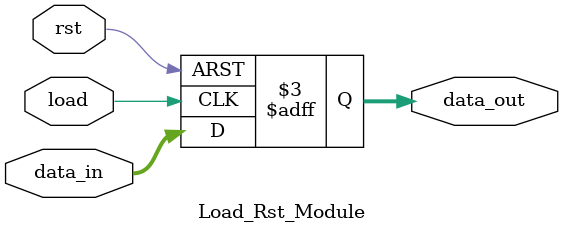
<source format=v>
`timescale 1ns / 1ps
module Load_Rst_Module(
    output reg [31 : 0] data_out,
    input load,
    input [31 : 0] data_in,
    input rst
    );
	
	always @(posedge load or negedge rst)
	begin
		if (rst == 0)
		begin
			data_out <= 0;
		end
		else //if (load)
		begin
			data_out <= data_in;
		end
	end

endmodule

</source>
